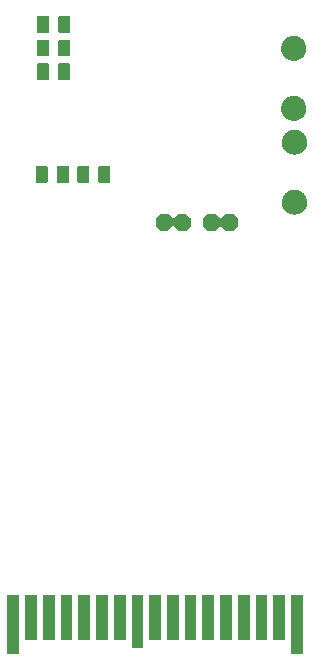
<source format=gts>
G04 #@! TF.GenerationSoftware,KiCad,Pcbnew,8.0.1*
G04 #@! TF.CreationDate,2024-05-20T02:42:41-05:00*
G04 #@! TF.ProjectId,dsi_esp,6473695f-6573-4702-9e6b-696361645f70,1.0*
G04 #@! TF.SameCoordinates,Original*
G04 #@! TF.FileFunction,Soldermask,Top*
G04 #@! TF.FilePolarity,Negative*
%FSLAX46Y46*%
G04 Gerber Fmt 4.6, Leading zero omitted, Abs format (unit mm)*
G04 Created by KiCad (PCBNEW 8.0.1) date 2024-05-20 02:42:41*
%MOMM*%
%LPD*%
G01*
G04 APERTURE LIST*
G04 APERTURE END LIST*
G36*
X117900000Y-99307900D02*
G01*
X116900000Y-99307900D01*
X116900000Y-94307900D01*
X117900000Y-94307900D01*
X117900000Y-99307900D01*
G37*
G36*
X141900000Y-99307900D02*
G01*
X140900000Y-99307900D01*
X140900000Y-94307900D01*
X141900000Y-94307900D01*
X141900000Y-99307900D01*
G37*
G36*
X128400000Y-98807900D02*
G01*
X127400000Y-98807900D01*
X127400000Y-94307900D01*
X128400000Y-94307900D01*
X128400000Y-98807900D01*
G37*
G36*
X119400000Y-98107900D02*
G01*
X118400000Y-98107900D01*
X118400000Y-94307900D01*
X119400000Y-94307900D01*
X119400000Y-98107900D01*
G37*
G36*
X120900000Y-98107900D02*
G01*
X119900000Y-98107900D01*
X119900000Y-94307900D01*
X120900000Y-94307900D01*
X120900000Y-98107900D01*
G37*
G36*
X122400000Y-98107900D02*
G01*
X121400000Y-98107900D01*
X121400000Y-94307900D01*
X122400000Y-94307900D01*
X122400000Y-98107900D01*
G37*
G36*
X123900000Y-98107900D02*
G01*
X122900000Y-98107900D01*
X122900000Y-94307900D01*
X123900000Y-94307900D01*
X123900000Y-98107900D01*
G37*
G36*
X125400000Y-98107900D02*
G01*
X124400000Y-98107900D01*
X124400000Y-94307900D01*
X125400000Y-94307900D01*
X125400000Y-98107900D01*
G37*
G36*
X126900000Y-98107900D02*
G01*
X125900000Y-98107900D01*
X125900000Y-94307900D01*
X126900000Y-94307900D01*
X126900000Y-98107900D01*
G37*
G36*
X129900000Y-98107900D02*
G01*
X128900000Y-98107900D01*
X128900000Y-94307900D01*
X129900000Y-94307900D01*
X129900000Y-98107900D01*
G37*
G36*
X131400000Y-98107900D02*
G01*
X130400000Y-98107900D01*
X130400000Y-94307900D01*
X131400000Y-94307900D01*
X131400000Y-98107900D01*
G37*
G36*
X132900000Y-98107900D02*
G01*
X131900000Y-98107900D01*
X131900000Y-94307900D01*
X132900000Y-94307900D01*
X132900000Y-98107900D01*
G37*
G36*
X134400000Y-98107900D02*
G01*
X133400000Y-98107900D01*
X133400000Y-94307900D01*
X134400000Y-94307900D01*
X134400000Y-98107900D01*
G37*
G36*
X135900000Y-98107900D02*
G01*
X134900000Y-98107900D01*
X134900000Y-94307900D01*
X135900000Y-94307900D01*
X135900000Y-98107900D01*
G37*
G36*
X137400000Y-98107900D02*
G01*
X136400000Y-98107900D01*
X136400000Y-94307900D01*
X137400000Y-94307900D01*
X137400000Y-98107900D01*
G37*
G36*
X138900000Y-98107900D02*
G01*
X137900000Y-98107900D01*
X137900000Y-94307900D01*
X138900000Y-94307900D01*
X138900000Y-98107900D01*
G37*
G36*
X140400000Y-98107900D02*
G01*
X139400000Y-98107900D01*
X139400000Y-94307900D01*
X140400000Y-94307900D01*
X140400000Y-98107900D01*
G37*
G36*
X130418720Y-62016300D02*
G01*
X130431026Y-62016300D01*
X130469907Y-62024034D01*
X130502868Y-62046058D01*
X130511568Y-62054758D01*
X130511572Y-62054761D01*
X130878222Y-62421412D01*
X130981775Y-62421412D01*
X131348424Y-62054764D01*
X131348430Y-62054759D01*
X131357132Y-62046058D01*
X131390093Y-62024034D01*
X131428974Y-62016300D01*
X131441278Y-62016300D01*
X131441283Y-62016299D01*
X131942715Y-62016299D01*
X131942720Y-62016300D01*
X131955026Y-62016300D01*
X131993907Y-62024034D01*
X132026868Y-62046058D01*
X132035568Y-62054758D01*
X132035572Y-62054761D01*
X132390137Y-62409327D01*
X132398842Y-62418032D01*
X132420866Y-62450993D01*
X132428600Y-62489874D01*
X132428600Y-63015926D01*
X132420866Y-63054807D01*
X132398842Y-63087768D01*
X132026868Y-63459742D01*
X131993907Y-63481766D01*
X131955026Y-63489500D01*
X131942716Y-63489500D01*
X131441284Y-63489500D01*
X131428974Y-63489500D01*
X131390093Y-63481766D01*
X131357132Y-63459742D01*
X131348430Y-63451040D01*
X131348427Y-63451038D01*
X130981776Y-63084387D01*
X130878224Y-63084387D01*
X130694898Y-63267712D01*
X130502868Y-63459742D01*
X130469907Y-63481766D01*
X130431026Y-63489500D01*
X130418716Y-63489500D01*
X129917284Y-63489500D01*
X129904974Y-63489500D01*
X129866093Y-63481766D01*
X129833132Y-63459742D01*
X129824430Y-63451040D01*
X129824427Y-63451038D01*
X129469862Y-63096472D01*
X129461158Y-63087768D01*
X129439134Y-63054807D01*
X129431400Y-63015926D01*
X129431400Y-63003621D01*
X129431399Y-63003616D01*
X129431399Y-62502184D01*
X129431400Y-62502178D01*
X129431400Y-62489874D01*
X129439134Y-62450993D01*
X129461158Y-62418032D01*
X129469856Y-62409333D01*
X129469861Y-62409327D01*
X129824427Y-62054762D01*
X129824430Y-62054759D01*
X129833132Y-62046058D01*
X129866093Y-62024034D01*
X129904974Y-62016300D01*
X129917278Y-62016300D01*
X129917283Y-62016299D01*
X130418715Y-62016299D01*
X130418720Y-62016300D01*
G37*
G36*
X134418720Y-62016300D02*
G01*
X134431026Y-62016300D01*
X134469907Y-62024034D01*
X134502868Y-62046058D01*
X134511568Y-62054758D01*
X134511572Y-62054761D01*
X134878222Y-62421412D01*
X134981775Y-62421412D01*
X135348424Y-62054764D01*
X135348430Y-62054759D01*
X135357132Y-62046058D01*
X135390093Y-62024034D01*
X135428974Y-62016300D01*
X135441278Y-62016300D01*
X135441283Y-62016299D01*
X135942715Y-62016299D01*
X135942720Y-62016300D01*
X135955026Y-62016300D01*
X135993907Y-62024034D01*
X136026868Y-62046058D01*
X136035568Y-62054758D01*
X136035572Y-62054761D01*
X136390137Y-62409327D01*
X136398842Y-62418032D01*
X136420866Y-62450993D01*
X136428600Y-62489874D01*
X136428600Y-63015926D01*
X136420866Y-63054807D01*
X136398842Y-63087768D01*
X136026868Y-63459742D01*
X135993907Y-63481766D01*
X135955026Y-63489500D01*
X135942716Y-63489500D01*
X135441284Y-63489500D01*
X135428974Y-63489500D01*
X135390093Y-63481766D01*
X135357132Y-63459742D01*
X135348430Y-63451040D01*
X135348427Y-63451038D01*
X134981776Y-63084387D01*
X134878224Y-63084387D01*
X134694898Y-63267712D01*
X134502868Y-63459742D01*
X134469907Y-63481766D01*
X134431026Y-63489500D01*
X134418716Y-63489500D01*
X133917284Y-63489500D01*
X133904974Y-63489500D01*
X133866093Y-63481766D01*
X133833132Y-63459742D01*
X133824430Y-63451040D01*
X133824427Y-63451038D01*
X133469862Y-63096472D01*
X133461158Y-63087768D01*
X133439134Y-63054807D01*
X133431400Y-63015926D01*
X133431400Y-63003621D01*
X133431399Y-63003616D01*
X133431399Y-62502184D01*
X133431400Y-62502178D01*
X133431400Y-62489874D01*
X133439134Y-62450993D01*
X133461158Y-62418032D01*
X133469856Y-62409333D01*
X133469861Y-62409327D01*
X133824427Y-62054762D01*
X133824430Y-62054759D01*
X133833132Y-62046058D01*
X133866093Y-62024034D01*
X133904974Y-62016300D01*
X133917278Y-62016300D01*
X133917283Y-62016299D01*
X134418715Y-62016299D01*
X134418720Y-62016300D01*
G37*
G36*
X141251619Y-59978284D02*
G01*
X141298381Y-59978284D01*
X141350458Y-59988018D01*
X141408122Y-59993698D01*
X141451926Y-60006985D01*
X141491798Y-60014439D01*
X141547020Y-60035832D01*
X141608247Y-60054405D01*
X141643229Y-60073103D01*
X141675275Y-60085518D01*
X141730957Y-60119995D01*
X141792682Y-60152988D01*
X141818617Y-60174272D01*
X141842566Y-60189101D01*
X141895625Y-60237470D01*
X141954342Y-60285658D01*
X141971742Y-60306860D01*
X141987980Y-60321663D01*
X142035122Y-60384090D01*
X142087012Y-60447318D01*
X142097046Y-60466090D01*
X142106554Y-60478681D01*
X142144372Y-60554631D01*
X142185595Y-60631753D01*
X142189992Y-60646249D01*
X142194262Y-60654824D01*
X142219488Y-60743484D01*
X142246302Y-60831878D01*
X142247182Y-60840819D01*
X142248108Y-60844072D01*
X142257735Y-60947960D01*
X142266800Y-61040000D01*
X142257734Y-61132046D01*
X142248108Y-61235927D01*
X142247182Y-61239178D01*
X142246302Y-61248122D01*
X142219483Y-61336531D01*
X142194262Y-61425175D01*
X142189993Y-61433747D01*
X142185595Y-61448247D01*
X142144365Y-61525382D01*
X142106554Y-61601318D01*
X142097048Y-61613905D01*
X142087012Y-61632682D01*
X142035113Y-61695921D01*
X141987980Y-61758336D01*
X141971745Y-61773135D01*
X141954342Y-61794342D01*
X141895614Y-61842538D01*
X141842566Y-61890898D01*
X141818622Y-61905723D01*
X141792682Y-61927012D01*
X141730945Y-61960010D01*
X141675275Y-61994481D01*
X141643235Y-62006892D01*
X141608247Y-62025595D01*
X141547008Y-62044171D01*
X141491798Y-62065560D01*
X141451933Y-62073011D01*
X141408122Y-62086302D01*
X141350455Y-62091981D01*
X141298381Y-62101716D01*
X141251619Y-62101716D01*
X141200000Y-62106800D01*
X141148381Y-62101716D01*
X141101619Y-62101716D01*
X141049544Y-62091981D01*
X140991878Y-62086302D01*
X140948067Y-62073012D01*
X140908201Y-62065560D01*
X140852986Y-62044169D01*
X140791753Y-62025595D01*
X140756766Y-62006894D01*
X140724724Y-61994481D01*
X140669046Y-61960006D01*
X140607318Y-61927012D01*
X140581380Y-61905725D01*
X140557433Y-61890898D01*
X140504375Y-61842530D01*
X140445658Y-61794342D01*
X140428257Y-61773139D01*
X140412019Y-61758336D01*
X140364874Y-61695906D01*
X140312988Y-61632682D01*
X140302954Y-61613910D01*
X140293445Y-61601318D01*
X140255620Y-61525354D01*
X140214405Y-61448247D01*
X140210008Y-61433753D01*
X140205737Y-61425175D01*
X140180500Y-61336477D01*
X140153698Y-61248122D01*
X140152817Y-61239183D01*
X140151891Y-61235927D01*
X140142248Y-61131874D01*
X140133200Y-61040000D01*
X140142248Y-60948132D01*
X140151891Y-60844072D01*
X140152817Y-60840814D01*
X140153698Y-60831878D01*
X140180495Y-60743537D01*
X140205737Y-60654824D01*
X140210009Y-60646244D01*
X140214405Y-60631753D01*
X140255612Y-60554658D01*
X140293445Y-60478681D01*
X140302956Y-60466086D01*
X140312988Y-60447318D01*
X140364864Y-60384105D01*
X140412019Y-60321663D01*
X140428260Y-60306856D01*
X140445658Y-60285658D01*
X140504364Y-60237478D01*
X140557433Y-60189101D01*
X140581385Y-60174270D01*
X140607318Y-60152988D01*
X140669035Y-60119999D01*
X140724724Y-60085518D01*
X140756773Y-60073102D01*
X140791753Y-60054405D01*
X140852974Y-60035833D01*
X140908201Y-60014439D01*
X140948074Y-60006985D01*
X140991878Y-59993698D01*
X141049541Y-59988018D01*
X141101619Y-59978284D01*
X141148381Y-59978284D01*
X141200000Y-59973200D01*
X141251619Y-59978284D01*
G37*
G36*
X120238881Y-58006134D02*
G01*
X120271842Y-58028158D01*
X120293866Y-58061119D01*
X120301600Y-58100000D01*
X120301600Y-59300000D01*
X120293866Y-59338881D01*
X120271842Y-59371842D01*
X120238881Y-59393866D01*
X120200000Y-59401600D01*
X119400000Y-59401600D01*
X119361119Y-59393866D01*
X119328158Y-59371842D01*
X119306134Y-59338881D01*
X119298400Y-59300000D01*
X119298400Y-58100000D01*
X119306134Y-58061119D01*
X119328158Y-58028158D01*
X119361119Y-58006134D01*
X119400000Y-57998400D01*
X120200000Y-57998400D01*
X120238881Y-58006134D01*
G37*
G36*
X122038881Y-58006134D02*
G01*
X122071842Y-58028158D01*
X122093866Y-58061119D01*
X122101600Y-58100000D01*
X122101600Y-59300000D01*
X122093866Y-59338881D01*
X122071842Y-59371842D01*
X122038881Y-59393866D01*
X122000000Y-59401600D01*
X121200000Y-59401600D01*
X121161119Y-59393866D01*
X121128158Y-59371842D01*
X121106134Y-59338881D01*
X121098400Y-59300000D01*
X121098400Y-58100000D01*
X121106134Y-58061119D01*
X121128158Y-58028158D01*
X121161119Y-58006134D01*
X121200000Y-57998400D01*
X122000000Y-57998400D01*
X122038881Y-58006134D01*
G37*
G36*
X123738881Y-58006134D02*
G01*
X123771842Y-58028158D01*
X123793866Y-58061119D01*
X123801600Y-58100000D01*
X123801600Y-59300000D01*
X123793866Y-59338881D01*
X123771842Y-59371842D01*
X123738881Y-59393866D01*
X123700000Y-59401600D01*
X122900000Y-59401600D01*
X122861119Y-59393866D01*
X122828158Y-59371842D01*
X122806134Y-59338881D01*
X122798400Y-59300000D01*
X122798400Y-58100000D01*
X122806134Y-58061119D01*
X122828158Y-58028158D01*
X122861119Y-58006134D01*
X122900000Y-57998400D01*
X123700000Y-57998400D01*
X123738881Y-58006134D01*
G37*
G36*
X125538881Y-58006134D02*
G01*
X125571842Y-58028158D01*
X125593866Y-58061119D01*
X125601600Y-58100000D01*
X125601600Y-59300000D01*
X125593866Y-59338881D01*
X125571842Y-59371842D01*
X125538881Y-59393866D01*
X125500000Y-59401600D01*
X124700000Y-59401600D01*
X124661119Y-59393866D01*
X124628158Y-59371842D01*
X124606134Y-59338881D01*
X124598400Y-59300000D01*
X124598400Y-58100000D01*
X124606134Y-58061119D01*
X124628158Y-58028158D01*
X124661119Y-58006134D01*
X124700000Y-57998400D01*
X125500000Y-57998400D01*
X125538881Y-58006134D01*
G37*
G36*
X141251619Y-54898284D02*
G01*
X141298381Y-54898284D01*
X141350458Y-54908018D01*
X141408122Y-54913698D01*
X141451926Y-54926985D01*
X141491798Y-54934439D01*
X141547020Y-54955832D01*
X141608247Y-54974405D01*
X141643229Y-54993103D01*
X141675275Y-55005518D01*
X141730957Y-55039995D01*
X141792682Y-55072988D01*
X141818617Y-55094272D01*
X141842566Y-55109101D01*
X141895625Y-55157470D01*
X141954342Y-55205658D01*
X141971742Y-55226860D01*
X141987980Y-55241663D01*
X142035122Y-55304090D01*
X142087012Y-55367318D01*
X142097046Y-55386090D01*
X142106554Y-55398681D01*
X142144372Y-55474631D01*
X142185595Y-55551753D01*
X142189992Y-55566249D01*
X142194262Y-55574824D01*
X142219488Y-55663484D01*
X142246302Y-55751878D01*
X142247182Y-55760819D01*
X142248108Y-55764072D01*
X142257735Y-55867960D01*
X142266800Y-55960000D01*
X142257734Y-56052046D01*
X142248108Y-56155927D01*
X142247182Y-56159178D01*
X142246302Y-56168122D01*
X142219483Y-56256531D01*
X142194262Y-56345175D01*
X142189993Y-56353747D01*
X142185595Y-56368247D01*
X142144365Y-56445382D01*
X142106554Y-56521318D01*
X142097048Y-56533905D01*
X142087012Y-56552682D01*
X142035113Y-56615921D01*
X141987980Y-56678336D01*
X141971745Y-56693135D01*
X141954342Y-56714342D01*
X141895614Y-56762538D01*
X141842566Y-56810898D01*
X141818622Y-56825723D01*
X141792682Y-56847012D01*
X141730945Y-56880010D01*
X141675275Y-56914481D01*
X141643235Y-56926892D01*
X141608247Y-56945595D01*
X141547008Y-56964171D01*
X141491798Y-56985560D01*
X141451933Y-56993011D01*
X141408122Y-57006302D01*
X141350455Y-57011981D01*
X141298381Y-57021716D01*
X141251619Y-57021716D01*
X141200000Y-57026800D01*
X141148381Y-57021716D01*
X141101619Y-57021716D01*
X141049544Y-57011981D01*
X140991878Y-57006302D01*
X140948067Y-56993012D01*
X140908201Y-56985560D01*
X140852986Y-56964169D01*
X140791753Y-56945595D01*
X140756766Y-56926894D01*
X140724724Y-56914481D01*
X140669046Y-56880006D01*
X140607318Y-56847012D01*
X140581380Y-56825725D01*
X140557433Y-56810898D01*
X140504375Y-56762530D01*
X140445658Y-56714342D01*
X140428257Y-56693139D01*
X140412019Y-56678336D01*
X140364874Y-56615906D01*
X140312988Y-56552682D01*
X140302954Y-56533910D01*
X140293445Y-56521318D01*
X140255620Y-56445354D01*
X140214405Y-56368247D01*
X140210008Y-56353753D01*
X140205737Y-56345175D01*
X140180500Y-56256477D01*
X140153698Y-56168122D01*
X140152817Y-56159183D01*
X140151891Y-56155927D01*
X140142248Y-56051874D01*
X140133200Y-55960000D01*
X140142248Y-55868132D01*
X140151891Y-55764072D01*
X140152817Y-55760814D01*
X140153698Y-55751878D01*
X140180495Y-55663537D01*
X140205737Y-55574824D01*
X140210009Y-55566244D01*
X140214405Y-55551753D01*
X140255612Y-55474658D01*
X140293445Y-55398681D01*
X140302956Y-55386086D01*
X140312988Y-55367318D01*
X140364864Y-55304105D01*
X140412019Y-55241663D01*
X140428260Y-55226856D01*
X140445658Y-55205658D01*
X140504364Y-55157478D01*
X140557433Y-55109101D01*
X140581385Y-55094270D01*
X140607318Y-55072988D01*
X140669035Y-55039999D01*
X140724724Y-55005518D01*
X140756773Y-54993102D01*
X140791753Y-54974405D01*
X140852974Y-54955833D01*
X140908201Y-54934439D01*
X140948074Y-54926985D01*
X140991878Y-54913698D01*
X141049541Y-54908018D01*
X141101619Y-54898284D01*
X141148381Y-54898284D01*
X141200000Y-54893200D01*
X141251619Y-54898284D01*
G37*
G36*
X141181619Y-52031184D02*
G01*
X141228381Y-52031184D01*
X141280458Y-52040918D01*
X141338122Y-52046598D01*
X141381926Y-52059885D01*
X141421798Y-52067339D01*
X141477020Y-52088732D01*
X141538247Y-52107305D01*
X141573229Y-52126003D01*
X141605275Y-52138418D01*
X141660957Y-52172895D01*
X141722682Y-52205888D01*
X141748617Y-52227172D01*
X141772566Y-52242001D01*
X141825625Y-52290370D01*
X141884342Y-52338558D01*
X141901742Y-52359760D01*
X141917980Y-52374563D01*
X141965122Y-52436990D01*
X142017012Y-52500218D01*
X142027046Y-52518990D01*
X142036554Y-52531581D01*
X142074372Y-52607531D01*
X142115595Y-52684653D01*
X142119992Y-52699149D01*
X142124262Y-52707724D01*
X142149488Y-52796384D01*
X142176302Y-52884778D01*
X142177182Y-52893719D01*
X142178108Y-52896972D01*
X142187735Y-53000860D01*
X142196800Y-53092900D01*
X142187734Y-53184946D01*
X142178108Y-53288827D01*
X142177182Y-53292078D01*
X142176302Y-53301022D01*
X142149483Y-53389431D01*
X142124262Y-53478075D01*
X142119993Y-53486647D01*
X142115595Y-53501147D01*
X142074365Y-53578282D01*
X142036554Y-53654218D01*
X142027048Y-53666805D01*
X142017012Y-53685582D01*
X141965113Y-53748821D01*
X141917980Y-53811236D01*
X141901745Y-53826035D01*
X141884342Y-53847242D01*
X141825614Y-53895438D01*
X141772566Y-53943798D01*
X141748622Y-53958623D01*
X141722682Y-53979912D01*
X141660945Y-54012910D01*
X141605275Y-54047381D01*
X141573235Y-54059792D01*
X141538247Y-54078495D01*
X141477008Y-54097071D01*
X141421798Y-54118460D01*
X141381933Y-54125911D01*
X141338122Y-54139202D01*
X141280455Y-54144881D01*
X141228381Y-54154616D01*
X141181619Y-54154616D01*
X141130000Y-54159700D01*
X141078381Y-54154616D01*
X141031619Y-54154616D01*
X140979544Y-54144881D01*
X140921878Y-54139202D01*
X140878067Y-54125912D01*
X140838201Y-54118460D01*
X140782986Y-54097069D01*
X140721753Y-54078495D01*
X140686766Y-54059794D01*
X140654724Y-54047381D01*
X140599046Y-54012906D01*
X140537318Y-53979912D01*
X140511380Y-53958625D01*
X140487433Y-53943798D01*
X140434375Y-53895430D01*
X140375658Y-53847242D01*
X140358257Y-53826039D01*
X140342019Y-53811236D01*
X140294874Y-53748806D01*
X140242988Y-53685582D01*
X140232954Y-53666810D01*
X140223445Y-53654218D01*
X140185620Y-53578254D01*
X140144405Y-53501147D01*
X140140008Y-53486653D01*
X140135737Y-53478075D01*
X140110500Y-53389377D01*
X140083698Y-53301022D01*
X140082817Y-53292083D01*
X140081891Y-53288827D01*
X140072248Y-53184774D01*
X140063200Y-53092900D01*
X140072248Y-53001032D01*
X140081891Y-52896972D01*
X140082817Y-52893714D01*
X140083698Y-52884778D01*
X140110495Y-52796437D01*
X140135737Y-52707724D01*
X140140009Y-52699144D01*
X140144405Y-52684653D01*
X140185612Y-52607558D01*
X140223445Y-52531581D01*
X140232956Y-52518986D01*
X140242988Y-52500218D01*
X140294864Y-52437005D01*
X140342019Y-52374563D01*
X140358260Y-52359756D01*
X140375658Y-52338558D01*
X140434364Y-52290378D01*
X140487433Y-52242001D01*
X140511385Y-52227170D01*
X140537318Y-52205888D01*
X140599035Y-52172899D01*
X140654724Y-52138418D01*
X140686773Y-52126002D01*
X140721753Y-52107305D01*
X140782974Y-52088733D01*
X140838201Y-52067339D01*
X140878074Y-52059885D01*
X140921878Y-52046598D01*
X140979541Y-52040918D01*
X141031619Y-52031184D01*
X141078381Y-52031184D01*
X141130000Y-52026100D01*
X141181619Y-52031184D01*
G37*
G36*
X120338881Y-49306134D02*
G01*
X120371842Y-49328158D01*
X120393866Y-49361119D01*
X120401600Y-49400000D01*
X120401600Y-50600000D01*
X120393866Y-50638881D01*
X120371842Y-50671842D01*
X120338881Y-50693866D01*
X120300000Y-50701600D01*
X119500000Y-50701600D01*
X119461119Y-50693866D01*
X119428158Y-50671842D01*
X119406134Y-50638881D01*
X119398400Y-50600000D01*
X119398400Y-49400000D01*
X119406134Y-49361119D01*
X119428158Y-49328158D01*
X119461119Y-49306134D01*
X119500000Y-49298400D01*
X120300000Y-49298400D01*
X120338881Y-49306134D01*
G37*
G36*
X122138881Y-49306134D02*
G01*
X122171842Y-49328158D01*
X122193866Y-49361119D01*
X122201600Y-49400000D01*
X122201600Y-50600000D01*
X122193866Y-50638881D01*
X122171842Y-50671842D01*
X122138881Y-50693866D01*
X122100000Y-50701600D01*
X121300000Y-50701600D01*
X121261119Y-50693866D01*
X121228158Y-50671842D01*
X121206134Y-50638881D01*
X121198400Y-50600000D01*
X121198400Y-49400000D01*
X121206134Y-49361119D01*
X121228158Y-49328158D01*
X121261119Y-49306134D01*
X121300000Y-49298400D01*
X122100000Y-49298400D01*
X122138881Y-49306134D01*
G37*
G36*
X141181619Y-46951184D02*
G01*
X141228381Y-46951184D01*
X141280458Y-46960918D01*
X141338122Y-46966598D01*
X141381926Y-46979885D01*
X141421798Y-46987339D01*
X141477020Y-47008732D01*
X141538247Y-47027305D01*
X141573229Y-47046003D01*
X141605275Y-47058418D01*
X141660957Y-47092895D01*
X141722682Y-47125888D01*
X141748617Y-47147172D01*
X141772566Y-47162001D01*
X141825625Y-47210370D01*
X141884342Y-47258558D01*
X141901742Y-47279760D01*
X141917980Y-47294563D01*
X141965122Y-47356990D01*
X142017012Y-47420218D01*
X142027046Y-47438990D01*
X142036554Y-47451581D01*
X142074372Y-47527531D01*
X142115595Y-47604653D01*
X142119992Y-47619149D01*
X142124262Y-47627724D01*
X142149488Y-47716384D01*
X142176302Y-47804778D01*
X142177182Y-47813719D01*
X142178108Y-47816972D01*
X142187735Y-47920860D01*
X142196800Y-48012900D01*
X142187734Y-48104946D01*
X142178108Y-48208827D01*
X142177182Y-48212078D01*
X142176302Y-48221022D01*
X142149483Y-48309431D01*
X142124262Y-48398075D01*
X142119993Y-48406647D01*
X142115595Y-48421147D01*
X142074365Y-48498282D01*
X142036554Y-48574218D01*
X142027048Y-48586805D01*
X142017012Y-48605582D01*
X141965113Y-48668821D01*
X141917980Y-48731236D01*
X141901745Y-48746035D01*
X141884342Y-48767242D01*
X141825614Y-48815438D01*
X141772566Y-48863798D01*
X141748622Y-48878623D01*
X141722682Y-48899912D01*
X141660945Y-48932910D01*
X141605275Y-48967381D01*
X141573235Y-48979792D01*
X141538247Y-48998495D01*
X141477008Y-49017071D01*
X141421798Y-49038460D01*
X141381933Y-49045911D01*
X141338122Y-49059202D01*
X141280455Y-49064881D01*
X141228381Y-49074616D01*
X141181619Y-49074616D01*
X141130000Y-49079700D01*
X141078381Y-49074616D01*
X141031619Y-49074616D01*
X140979544Y-49064881D01*
X140921878Y-49059202D01*
X140878067Y-49045912D01*
X140838201Y-49038460D01*
X140782986Y-49017069D01*
X140721753Y-48998495D01*
X140686766Y-48979794D01*
X140654724Y-48967381D01*
X140599046Y-48932906D01*
X140537318Y-48899912D01*
X140511380Y-48878625D01*
X140487433Y-48863798D01*
X140434375Y-48815430D01*
X140375658Y-48767242D01*
X140358257Y-48746039D01*
X140342019Y-48731236D01*
X140294874Y-48668806D01*
X140242988Y-48605582D01*
X140232954Y-48586810D01*
X140223445Y-48574218D01*
X140185620Y-48498254D01*
X140144405Y-48421147D01*
X140140008Y-48406653D01*
X140135737Y-48398075D01*
X140110500Y-48309377D01*
X140083698Y-48221022D01*
X140082817Y-48212083D01*
X140081891Y-48208827D01*
X140072248Y-48104774D01*
X140063200Y-48012900D01*
X140072248Y-47921032D01*
X140081891Y-47816972D01*
X140082817Y-47813714D01*
X140083698Y-47804778D01*
X140110495Y-47716437D01*
X140135737Y-47627724D01*
X140140009Y-47619144D01*
X140144405Y-47604653D01*
X140185612Y-47527558D01*
X140223445Y-47451581D01*
X140232956Y-47438986D01*
X140242988Y-47420218D01*
X140294864Y-47357005D01*
X140342019Y-47294563D01*
X140358260Y-47279756D01*
X140375658Y-47258558D01*
X140434364Y-47210378D01*
X140487433Y-47162001D01*
X140511385Y-47147170D01*
X140537318Y-47125888D01*
X140599035Y-47092899D01*
X140654724Y-47058418D01*
X140686773Y-47046002D01*
X140721753Y-47027305D01*
X140782974Y-47008733D01*
X140838201Y-46987339D01*
X140878074Y-46979885D01*
X140921878Y-46966598D01*
X140979541Y-46960918D01*
X141031619Y-46951184D01*
X141078381Y-46951184D01*
X141130000Y-46946100D01*
X141181619Y-46951184D01*
G37*
G36*
X120338881Y-47306134D02*
G01*
X120371842Y-47328158D01*
X120393866Y-47361119D01*
X120401600Y-47400000D01*
X120401600Y-48600000D01*
X120393866Y-48638881D01*
X120371842Y-48671842D01*
X120338881Y-48693866D01*
X120300000Y-48701600D01*
X119500000Y-48701600D01*
X119461119Y-48693866D01*
X119428158Y-48671842D01*
X119406134Y-48638881D01*
X119398400Y-48600000D01*
X119398400Y-47400000D01*
X119406134Y-47361119D01*
X119428158Y-47328158D01*
X119461119Y-47306134D01*
X119500000Y-47298400D01*
X120300000Y-47298400D01*
X120338881Y-47306134D01*
G37*
G36*
X122138881Y-47306134D02*
G01*
X122171842Y-47328158D01*
X122193866Y-47361119D01*
X122201600Y-47400000D01*
X122201600Y-48600000D01*
X122193866Y-48638881D01*
X122171842Y-48671842D01*
X122138881Y-48693866D01*
X122100000Y-48701600D01*
X121300000Y-48701600D01*
X121261119Y-48693866D01*
X121228158Y-48671842D01*
X121206134Y-48638881D01*
X121198400Y-48600000D01*
X121198400Y-47400000D01*
X121206134Y-47361119D01*
X121228158Y-47328158D01*
X121261119Y-47306134D01*
X121300000Y-47298400D01*
X122100000Y-47298400D01*
X122138881Y-47306134D01*
G37*
G36*
X120338881Y-45306134D02*
G01*
X120371842Y-45328158D01*
X120393866Y-45361119D01*
X120401600Y-45400000D01*
X120401600Y-46600000D01*
X120393866Y-46638881D01*
X120371842Y-46671842D01*
X120338881Y-46693866D01*
X120300000Y-46701600D01*
X119500000Y-46701600D01*
X119461119Y-46693866D01*
X119428158Y-46671842D01*
X119406134Y-46638881D01*
X119398400Y-46600000D01*
X119398400Y-45400000D01*
X119406134Y-45361119D01*
X119428158Y-45328158D01*
X119461119Y-45306134D01*
X119500000Y-45298400D01*
X120300000Y-45298400D01*
X120338881Y-45306134D01*
G37*
G36*
X122138881Y-45306134D02*
G01*
X122171842Y-45328158D01*
X122193866Y-45361119D01*
X122201600Y-45400000D01*
X122201600Y-46600000D01*
X122193866Y-46638881D01*
X122171842Y-46671842D01*
X122138881Y-46693866D01*
X122100000Y-46701600D01*
X121300000Y-46701600D01*
X121261119Y-46693866D01*
X121228158Y-46671842D01*
X121206134Y-46638881D01*
X121198400Y-46600000D01*
X121198400Y-45400000D01*
X121206134Y-45361119D01*
X121228158Y-45328158D01*
X121261119Y-45306134D01*
X121300000Y-45298400D01*
X122100000Y-45298400D01*
X122138881Y-45306134D01*
G37*
M02*

</source>
